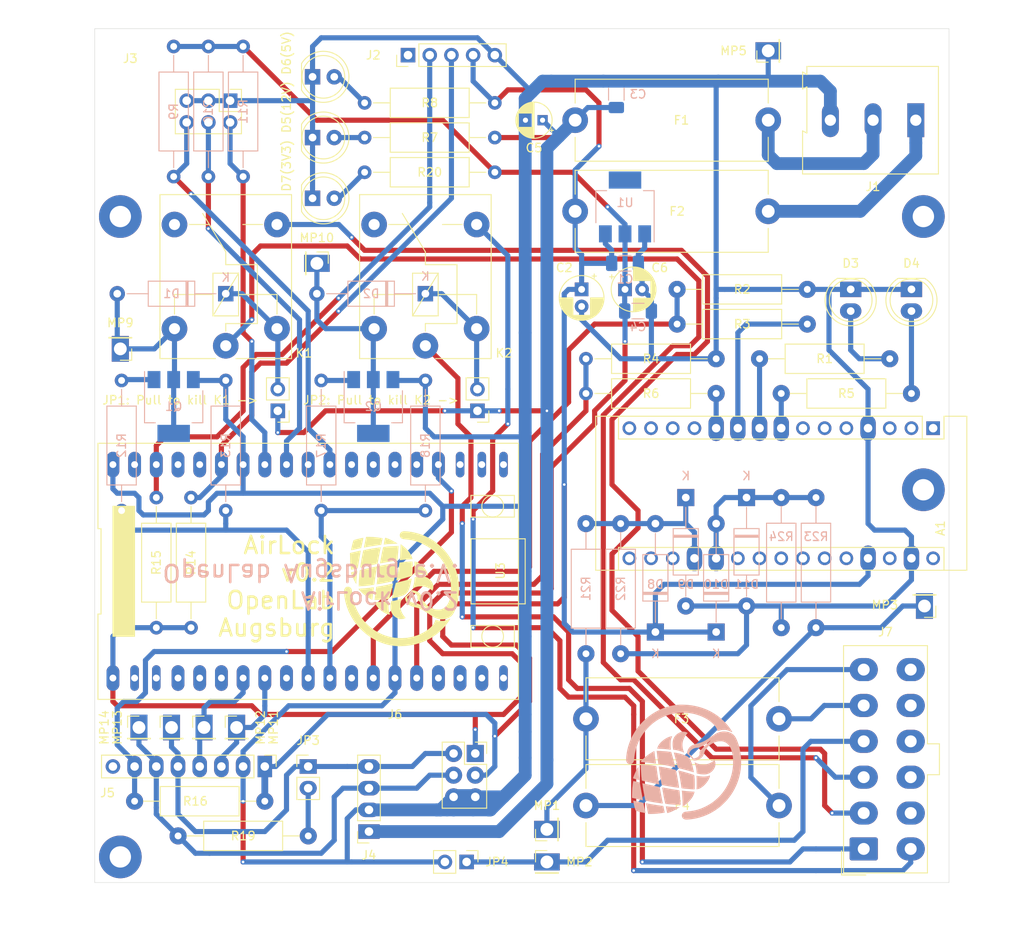
<source format=kicad_pcb>
(kicad_pcb (version 20221018) (generator pcbnew)
  (layers (0 "F.Cu" signal) (31 "B.Cu" signal) (34 "B.Paste" user) (35 "F.Paste" user) (36 "B.SilkS" user "B.Silkscreen") (37 "F.SilkS" user "F.Silkscreen") (38 "B.Mask" user) (39 "F.Mask" user) (44 "Edge.Cuts" user))
  (net 0 "")
  (net 1 "+5V")
  (net 2 "+12V")
  (net 3 "+3V3")
  (net 4 "KlingelAussen_3V3")
  (net 5 "KlingelInnen_3V3")
  (net 6 "Net-(D1-Pad1)")
  (net 7 "Net-(D1-Pad2)")
  (net 8 "Net-(D2-Pad2)")
  (net 9 "Net-(D2-Pad1)")
  (net 10 "Klingel_Aussen_AC_in")
  (net 11 "Net-(F3-Pad1)")
  (net 12 "Net-(F4-Pad1)")
  (net 13 "Klingel_Innen_AC_in")
  (net 14 "I2C_SCL")
  (net 15 "I2C_SDA")
  (net 16 "Taster_A1")
  (net 17 "Taster_B1")
  (net 18 "Taster_C1")
  (net 19 "CAN_HIGH")
  (net 20 "CAN_LOW")
  (net 21 "Klingel_AC_GND")
  (net 22 "Buzzer_Innen_AC1")
  (net 23 "Buzzer_Innen_AC2")
  (net 24 "Buzzer_Aussen_AC1")
  (net 25 "Buzzer_Aussen_AC2")
  (net 26 "CAN_TX")
  (net 27 "CAN_RX")
  (net 28 "TJA1051_S")
  (net 29 "Net-(JP3-Pad2)")
  (net 30 "Net-(Q1-Pad1)")
  (net 31 "Net-(Q2-Pad1)")
  (net 32 "BuzzerAussen_3V3")
  (net 33 "BuzzerInnen_3V3")
  (net 34 "GND")
  (net 35 "Net-(F1-Pad1)")
  (net 36 "Net-(F2-Pad2)")
  (net 37 "Net-(A1-Pad19)")
  (net 38 "Net-(A1-Pad20)")
  (net 39 "Net-(A1-Pad8)")
  (net 40 "Net-(A1-Pad9)")
  (net 41 "Net-(A1-Pad10)")
  (net 42 "Net-(A1-Pad11)")
  (net 43 "Net-(D3-Pad2)")
  (net 44 "Net-(D4-Pad2)")
  (net 45 "Net-(D5-Pad2)")
  (net 46 "Net-(D6-Pad2)")
  (net 47 "Net-(D7-Pad2)")
  (footprint "Module:Arduino_Nano" (layer "F.Cu") (at 263.144 81.788 -90)
    (fp_text reference "A1")
    (fp_text value "Arduino_Nano_v3.x")
  )
  (footprint "LED_THT:LED_D5.0mm" (layer "F.Cu") (at 253.492 65.532 -90)
    (fp_text reference "D3")
    (fp_text value "(Inn) rd 2mA")
  )
  (footprint "LED_THT:LED_D5.0mm" (layer "F.Cu") (at 260.604 65.532 -90)
    (fp_text reference "D4")
    (fp_text value "(Auß) rd 2mA")
  )
  (footprint "Fuse:Fuseholder_Cylinder-5x20mm_Stelvio-Kontek_PTF78_Horizontal_Open" (layer "F.Cu") (at 221.24 56.388)
    (fp_text reference "F2")
    (fp_text value "Fuse")
  )
  (footprint "Fuse:Fuseholder_Cylinder-5x20mm_Stelvio-Kontek_PTF78_Horizontal_Open" (layer "F.Cu") (at 222.504 115.824)
    (fp_text reference "F3")
    (fp_text value "Fuse")
  )
  (footprint "Connector_PinHeader_2.54mm:PinHeader_1x05_P2.54mm_Vertical" (layer "F.Cu") (at 201.676 38.1 90)
    (fp_text reference "J2")
    (fp_text value "Conn_01x05_LCD")
  )
  (footprint "Connector_PinHeader_2.54mm:PinHeader_1x08_P2.54mm_Vertical" (layer "F.Cu") (at 184.912 121.412 -90)
    (fp_text reference "J5")
    (fp_text value "TJA1051 BO Board (MCP2552I)")
  )
  (footprint "Connector_PinSocket_2.54mm:PinSocket_2x03_P2.54mm_Vertical" (layer "F.Cu") (at 209.55 119.888)
    (fp_text reference "J6")
    (fp_text value "Conn_02x03_Odd_Even")
  )
  (footprint "Connector_Molex:Molex_Mini-Fit_Jr_5566-12A_2x06_P4.20mm_Vertical" (layer "F.Cu") (at 255.016 131.064 90)
    (fp_text reference "J7")
    (fp_text value "Conn_02x06_Top_Bottom")
  )
  (footprint "Connector_PinHeader_2.54mm:PinHeader_1x02_P2.54mm_Vertical" (layer "F.Cu") (at 208.534 132.588 -90)
    (fp_text reference "JP4")
    (fp_text value "KACGND-Jumper")
  )
  (footprint "Connector_PinHeader_2.54mm:PinHeader_1x01_P2.54mm_Vertical" (layer "F.Cu") (at 217.932 128.778 90)
    (fp_text reference "MP1")
    (fp_text value "Messpunkt")
  )
  (footprint "Connector_PinHeader_2.54mm:PinHeader_1x01_P2.54mm_Vertical" (layer "F.Cu") (at 217.932 132.588)
    (fp_text reference "MP2")
    (fp_text value "Messpunkt")
  )
  (footprint "Connector_PinHeader_2.54mm:PinHeader_1x01_P2.54mm_Vertical" (layer "F.Cu") (at 262.128 102.616 180)
    (fp_text reference "MP3")
    (fp_text value "Messpunkt")
  )
  (footprint "Connector_PinHeader_2.54mm:PinHeader_1x01_P2.54mm_Vertical" (layer "F.Cu") (at 243.84 37.592 90)
    (fp_text reference "MP5")
    (fp_text value "Messpunkt")
  )
  (footprint "Resistor_THT:R_Axial_DIN0309_L9.0mm_D3.2mm_P15.24mm_Horizontal" (layer "F.Cu") (at 258.064 73.66 180)
    (fp_text reference "R1")
    (fp_text value "1k5")
  )
  (footprint "Resistor_THT:R_Axial_DIN0309_L9.0mm_D3.2mm_P15.24mm_Horizontal" (layer "F.Cu") (at 233.172 65.532)
    (fp_text reference "R2")
    (fp_text value "?")
  )
  (footprint "Resistor_THT:R_Axial_DIN0309_L9.0mm_D3.2mm_P15.24mm_Horizontal" (layer "F.Cu") (at 233.172 69.596)
    (fp_text reference "R3")
    (fp_text value "?")
  )
  (footprint "Resistor_THT:R_Axial_DIN0309_L9.0mm_D3.2mm_P15.24mm_Horizontal" (layer "F.Cu") (at 222.504 73.66)
    (fp_text reference "R4")
    (fp_text value "?")
  )
  (footprint "Resistor_THT:R_Axial_DIN0309_L9.0mm_D3.2mm_P15.24mm_Horizontal" (layer "F.Cu") (at 260.604 77.724 180)
    (fp_text reference "R5")
    (fp_text value "1k5")
  )
  (footprint "Resistor_THT:R_Axial_DIN0309_L9.0mm_D3.2mm_P15.24mm_Horizontal" (layer "F.Cu") (at 237.744 77.724 180)
    (fp_text reference "R6")
    (fp_text value "?")
  )
  (footprint "Resistor_THT:R_Axial_DIN0309_L9.0mm_D3.2mm_P15.24mm_Horizontal" (layer "F.Cu") (at 176.276 89.916 -90)
    (fp_text reference "R14")
    (fp_text value "4k7")
  )
  (footprint "Resistor_THT:R_Axial_DIN0309_L9.0mm_D3.2mm_P15.24mm_Horizontal" (layer "F.Cu") (at 172.212 89.916 -90)
    (fp_text reference "R15")
    (fp_text value "4k7")
  )
  (footprint "RF_Module:AZ-Delivery_ESP32Wroom32_withUSB_module" (layer "F.Cu") (at 189.992 98.552)
    (fp_text reference "U3")
    (fp_text value "ESP32-WROOM-32")
  )
  (footprint "Fuse:Fuseholder_Cylinder-5x20mm_Stelvio-Kontek_PTF78_Horizontal_Open" (layer "F.Cu") (at 222.504 125.984)
    (fp_text reference "F4")
    (fp_text value "Fuse")
  )
  (footprint "Resistor_THT:R_Axial_DIN0309_L9.0mm_D3.2mm_P15.24mm_Horizontal" (layer "F.Cu") (at 196.596 51.816)
    (fp_text reference "R20")
    (fp_text value "680")
  )
  (footprint "Capacitor_THT:CP_Radial_D5.0mm_P2.00mm" (layer "F.Cu") (at 221.996 65.532 -90)
    (fp_text reference "C2")
    (fp_text value "10u")
  )
  (footprint "TerminalBlock:TerminalBlock_Altech_AK300-3_P5.00mm" (layer "F.Cu") (at 261.112 45.72 180)
    (fp_text reference "J1")
    (fp_text value "Screw_Terminal_01x03")
  )
  (footprint "Fuse:Fuseholder_Cylinder-5x20mm_Stelvio-Kontek_PTF78_Horizontal_Open" (layer "F.Cu") (at 243.84 45.72 180)
    (fp_text reference "F1")
    (fp_text value "Fuse")
  )
  (footprint "LED_THT:LED_D5.0mm" (layer "F.Cu") (at 190.5 54.864)
    (fp_text reference "D7(3V3)")
    (fp_text value "rd 2mA")
  )
  (footprint "Resistor_THT:R_Axial_DIN0309_L9.0mm_D3.2mm_P15.24mm_Horizontal" (layer "F.Cu") (at 196.596 43.688)
    (fp_text reference "R8")
    (fp_text value "1k5")
  )
  (footprint "Resistor_THT:R_Axial_DIN0309_L9.0mm_D3.2mm_P15.24mm_Horizontal" (layer "F.Cu") (at 196.596 47.752)
    (fp_text reference "R7")
    (fp_text value "4k7")
  )
  (footprint "LED_THT:LED_D5.0mm" (layer "F.Cu") (at 190.5 40.64)
    (fp_text reference "D6(5V)")
    (fp_text value "rd 2mA")
  )
  (footprint "LED_THT:LED_D5.0mm" (layer "F.Cu") (at 190.5 47.752)
    (fp_text reference "D5(12V)")
    (fp_text value "rd 2mA")
  )
  (footprint "Capacitor_THT:CP_Radial_D5.0mm_P2.00mm" (layer "F.Cu") (at 227.076 65.532)
    (fp_text reference "C6")
    (fp_text value "10u")
  )
  (footprint "Capacitor_THT:CP_Radial_D4.0mm_P2.00mm" (layer "F.Cu") (at 217.424 45.72 180)
    (fp_text reference "C5")
    (fp_text value "10u")
  )
  (footprint "Resistor_THT:R_Axial_DIN0309_L9.0mm_D3.2mm_P15.24mm_Horizontal" (layer "F.Cu") (at 190 129.54 180)
    (fp_text reference "R19")
    (fp_text value "120")
  )
  (footprint "Resistor_THT:R_Axial_DIN0309_L9.0mm_D3.2mm_P15.24mm_Horizontal" (layer "F.Cu") (at 184.912 125.476 180)
    (fp_text reference "R16")
    (fp_text value "47k")
  )
  (footprint "Connector_PinSocket_2.54mm:PinSocket_1x04_P2.54mm_Vertical" (layer "F.Cu") (at 197.104 129.032 180)
    (fp_text reference "J4")
    (fp_text value "Conn_01x04")
  )
  (footprint "Connector_PinHeader_2.54mm:PinHeader_1x02_P2.54mm_Vertical" (layer "F.Cu") (at 209.804 79.756 180)
    (fp_text reference "JP2: Pull to kill K2 ->")
    (fp_text value "Kill-Jumper")
  )
  (footprint "Connector_PinHeader_2.54mm:PinHeader_1x02_P2.54mm_Vertical" (layer "F.Cu") (at 186.436 79.756 180)
    (fp_text reference "JP1: Pull to kill K1 ->")
    (fp_text value "Kill-Jumper")
  )
  (footprint "Relay_THT:Relay_SPDT_Finder_36.11" (layer "F.Cu") (at 203.708 72.136 90)
    (fp_text reference "K2")
    (fp_text value "FINDER-36.11")
  )
  (footprint "Relay_THT:Relay_SPDT_Finder_36.11" (layer "F.Cu") (at 180.34 72.136 90)
    (fp_text reference "K1")
    (fp_text value "FINDER-36.11")
  )
  (footprint "Connector_PinHeader_2.54mm:PinHeader_1x01_P2.54mm_Vertical" (layer "F.Cu") (at 177.8 116.84)
    (fp_text reference "MP12")
    (fp_text value "Messpunkt")
  )
  (footprint "Connector_PinHeader_2.54mm:PinHeader_1x01_P2.54mm_Vertical" (layer "F.Cu") (at 173.99 116.84)
    (fp_text reference "MP13")
    (fp_text value "Messpunkt")
  )
  (footprint "Connector_PinHeader_2.54mm:PinHeader_1x01_P2.54mm_Vertical" (layer "F.Cu") (at 168 72.5 180)
    (fp_text reference "MP9")
    (fp_text value "Messpunkt")
  )
  (footprint "Connector_PinHeader_2.54mm:PinHeader_1x01_P2.54mm_Vertical" (layer "F.Cu") (at 191.008 62.484 -90)
    (fp_text reference "MP10")
    (fp_text value "Messpunkt")
  )
  (footprint "Connector_PinHeader_2.54mm:PinHeader_1x02_P2.54mm_Vertical" (layer "F.Cu") (at 189.992 121.412)
    (fp_text reference "JP3")
    (fp_text value "Jumper_2_Open")
  )
  (footprint "Connector_PinHeader_2.54mm:PinHeader_2x03_P2.54mm_Vertical" (layer "F.Cu") (at 180.848 43.434 -90)
    (fp_text reference "J3")
    (fp_text value "Conn_02x03_Taster")
  )
  (footprint "Connector_PinHeader_2.54mm:PinHeader_1x01_P2.54mm_Vertical" (layer "F.Cu") (at 181.61 116.84)
    (fp_text reference "MP11")
    (fp_text value "Messpunkt")
  )
  (footprint "Connector_PinHeader_2.54mm:PinHeader_1x01_P2.54mm_Vertical" (layer "F.Cu") (at 170.18 116.84)
    (fp_text reference "MP14")
    (fp_text value "Messpunkt")
  )
  (footprint "MountingHole:MountingHole_2.5mm_Pad" (layer "F.Cu") (at 168 132)
    (fp_text reference "REF**" hide)
    (fp_text value "MountingHole_2.5mm_Pad")
  )
  (footprint "MountingHole:MountingHole_2.5mm_Pad" (layer "F.Cu") (at 168 57)
    (fp_text reference "REF**" hide)
    (fp_text value "MountingHole_2.5mm_Pad")
  )
  (footprint "MountingHole:MountingHole_2.5mm_Pad" (layer "F.Cu") (at 262 57)
    (fp_text reference "REF**" hide)
    (fp_text value "MountingHole_2.5mm_Pad")
  )
  (footprint "Logo-Library:logo-16" (layer "F.Cu") (at 200.914 100.584)
    (fp_text reference "G***" hide)
    (fp_text value "LOGO" hide)
  )
  (footprint "MountingHole:MountingHole_2.5mm_Pad" (layer "F.Cu") (at 262 89)
    (fp_text reference "REF**" hide)
    (fp_text value "MountingHole_2.5mm_Pad")
  )
  (footprint "Capacitor_SMD:C_1206_3216Metric_Pad1.33x1.80mm_HandSolder" (layer "B.Cu") (at 227.076 62.484)
    (fp_text reference "C1")
    (fp_text value "100n")
  )
  (footprint "Capacitor_SMD:C_1206_3216Metric_Pad1.33x1.80mm_HandSolder" (layer "B.Cu") (at 226.06 42.672 90)
    (fp_text reference "C3")
    (fp_text value "100n")
  )
  (footprint "Capacitor_SMD:C_1206_3216Metric_Pad1.33x1.80mm_HandSolder" (layer "B.Cu") (at 228.6 68.072)
    (fp_text reference "C4")
    (fp_text value "100n")
  )
  (footprint "Diode_THT:D_A-405_P12.70mm_Horizontal" (layer "B.Cu") (at 230.632 105.664 90)
    (fp_text reference "D8")
    (fp_text value "BAT41")
  )
  (footprint "Diode_THT:D_A-405_P12.70mm_Horizontal" (layer "B.Cu") (at 234.188 89.916 -90)
    (fp_text reference "D9")
    (fp_text value "BAT41")
  )
  (footprint "Diode_THT:D_A-405_P12.70mm_Horizontal" (layer "B.Cu") (at 237.744 105.664 90)
    (fp_text reference "D10")
    (fp_text value "BAT41")
  )
  (footprint "Diode_THT:D_A-405_P12.70mm_Horizontal" (layer "B.Cu") (at 241.3 89.916 -90)
    (fp_text reference "D11")
    (fp_text value "BAT41")
  )
  (footprint "Resistor_THT:R_Axial_DIN0309_L9.0mm_D3.2mm_P15.24mm_Horizontal" (layer "B.Cu") (at 174.244 52.324 90)
    (fp_text reference "R9")
    (fp_text value "4k7")
  )
  (footprint "Resistor_THT:R_Axial_DIN0309_L9.0mm_D3.2mm_P15.24mm_Horizontal" (layer "B.Cu") (at 178.308 52.324 90)
    (fp_text reference "R10")
    (fp_text value "4k7")
  )
  (footprint "Resistor_THT:R_Axial_DIN0309_L9.0mm_D3.2mm_P15.24mm_Horizontal" (layer "B.Cu") (at 182.372 52.324 90)
    (fp_text reference "R11")
    (fp_text value "4k7")
  )
  (footprint "Resistor_THT:R_Axial_DIN0309_L9.0mm_D3.2mm_P15.24mm_Horizontal" (layer "B.Cu") (at 222.504 108.204 90)
    (fp_text reference "R21")
    (fp_text value "6k8")
  )
  (footprint "Resistor_THT:R_Axial_DIN0309_L9.0mm_D3.2mm_P15.24mm_Horizontal" (layer "B.Cu") (at 226.568 92.964 -90)
    (fp_text reference "R22")
    (fp_text value "2k2")
  )
  (footprint "Resistor_THT:R_Axial_DIN0309_L9.0mm_D3.2mm_P15.24mm_Horizontal" (layer "B.Cu") (at 249.428 105.156 90)
    (fp_text reference "R23")
    (fp_text value "6k8")
  )
  (footprint "Resistor_THT:R_Axial_DIN0309_L9.0mm_D3.2mm_P15.24mm_Horizontal" (layer "B.Cu") (at 245.364 89.916 -90)
    (fp_text reference "R24")
    (fp_text value "2k2")
  )
  (footprint "Package_TO_SOT_SMD:SOT-223" (layer "B.Cu") (at 227.076 55.88 90)
    (fp_text reference "U1")
    (fp_text value "LM1117-3.3")
  )
  (footprint "Resistor_THT:R_Axial_DIN0309_L9.0mm_D3.2mm_P15.24mm_Horizontal" (layer "B.Cu") (at 203.708 76.2 -90)
    (fp_text reference "R18")
    (fp_text value "100k")
  )
  (footprint "Resistor_THT:R_Axial_DIN0309_L9.0mm_D3.2mm_P15.24mm_Horizontal" (layer "B.Cu") (at 191.516 76.2 -90)
    (fp_text reference "R17")
    (fp_text value "47")
  )
  (footprint "Resistor_THT:R_Axial_DIN0309_L9.0mm_D3.2mm_P15.24mm_Horizontal" (layer "B.Cu") (at 180.34 76.2 -90)
    (fp_text reference "R13")
    (fp_text value "100k")
  )
  (footprint "Resistor_THT:R_Axial_DIN0309_L9.0mm_D3.2mm_P15.24mm_Horizontal" (layer "B.Cu") (at 168.148 76.2 -90)
    (fp_text reference "R12")
    (fp_text value "47")
  )
  (footprint "Package_TO_SOT_SMD:SOT-223-3_TabPin2" (layer "B.Cu") (at 197.612 79.248 -90)
    (fp_text reference "Q2")
    (fp_text value "BSP89")
  )
  (footprint "Package_TO_SOT_SMD:SOT-223-3_TabPin2" (layer "B.Cu") (at 174.244 79.248 -90)
    (fp_text reference "Q1")
    (fp_text value "BSP89")
  )
  (footprint "Diode_THT:D_A-405_P12.70mm_Horizontal" (layer "B.Cu") (at 203.708 66.04 180)
    (fp_text reference "D2")
    (fp_text value "BAT41")
  )
  (footprint "Diode_THT:D_A-405_P12.70mm_Horizontal" (layer "B.Cu") (at 180.34 66.04 180)
    (fp_text reference "D1")
    (fp_text value "BAT41")
  )
  (footprint "Logo-Library:logo-16" (layer "B.Cu") (at 233.934 120.904)
    (fp_text reference "G***" hide)
    (fp_text value "LOGO" hide)
  )
  (gr_line (start 165 135) (end 165 35) (stroke (width 0.05)) (layer "Edge.Cuts"))
  (gr_line (start 265 135) (end 165 135) (stroke (width 0.05)) (layer "Edge.Cuts"))
  (gr_line (start 265 35) (end 265 135) (stroke (width 0.05)) (layer "Edge.Cuts"))
  (gr_line (start 165 35) (end 265 35) (stroke (width 0.05)) (layer "Edge.Cuts"))
  (gr_text "AirLock v0.2\nOpenLab Augsburg e.V." (at 207.822952 100.33 180) (layer "B.SilkS") (effects (font (size 2 2) (thickness 0.3)) (justify right mirror)))
  (gr_text "AirLock\nv0.2\nOpenLab\nAugsburg" (at 193.294 100.33) (layer "F.SilkS") (effects (font (size 2 2) (thickness 0.3)) (justify right)))
  (segment (start 219.964 101.6) (end 219.964 88.392) (width 0.6) (layer "F.Cu") (net 1))
  (segment (start 219.202 102.362) (end 219.964 101.6) (width 0.6) (layer "F.Cu") (net 1))
  (segment (start 205.74 103.632) (end 207.01 102.362) (width 0.6) (layer "F.Cu") (net 1))
  (segment (start 224.028 43.688) (end 224.028 48.768) (width 0.6) (layer "F.Cu") (net 1))
  (segment (start 207.01 102.362) (end 219.202 102.362) (width 0.6) (layer "F.Cu") (net 1))
  (segment (start 205.74 106.172) (end 205.74 103.632) (width 0.6) (layer "F.Cu") (net 1))
  (segment (start 211.836 43.688) (end 213.36 42.164) (width 0.6) (layer "F.Cu") (net 1))
  (segment (start 211.836 117.856) (end 215.9 113.792) (width 0.6) (layer "F.Cu") (net 1))
  (segment (start 222.504 42.164) (end 224.028 43.688) (width 0.6) (layer "F.Cu") (net 1))
  (segment (start 215.9 108.712) (end 214.376 107.188) (width 0.6) (layer "F.Cu") (net 1))
  (segment (start 213.36 42.164) (end 222.504 42.164) (width 0.6) (layer "F.Cu") (net 1))
  (segment (start 214.376 107.188) (end 206.756 107.188) (width 0.6) (layer "F.Cu") (net 1))
  (segment (start 215.9 113.792) (end 215.9 108.712) (width 0.6) (layer "F.Cu") (net 1))
  (segment (start 206.756 107.188) (end 205.74 106.172) (width 0.6) (layer "F.Cu") (net 1))
  (via (at 224.028 48.768) (size 0.6) (drill 0.3) (layers "F.Cu" "B.Cu") (net 1))
  (via (at 219.964 88.392) (size 0.6) (drill 0.3) (layers "F.Cu" "B.Cu") (net 1))
  (via (at 211.836 117.856) (size 0.6) (drill 0.3) (layers "F.Cu" "B.Cu") (net 1))
  (segment (start 184.912 125.476) (end 184.912 121.412) (width 0.8) (layer "B.Cu") (net 1))
  (segment (start 254.508 100.076) (end 255.524 99.06) (width 0.6) (layer "B.Cu") (net 1))
  (segment (start 224.776 60.184) (end 224.776 59.03) (width 0.6) (layer "B.Cu") (net 1))
  (segment (start 220.98 105.664) (end 230.632 105.664) (width 0.6) (layer "B.Cu") (net 1))
  (segment (start 230.632 105.664) (end 237.744 105.664) (width 0.6) (layer "B.Cu") (net 1))
  (segment (start 255.524 99.06) (end 255.524 97.028) (width 0.6) (layer "B.Cu") (net 1))
  (segment (start 219.964 88.392) (end 219.964 104.648) (width 0.6) (layer "B.Cu") (net 1))
  (segment (start 221.996 61.468) (end 221.24 60.712) (width 0.6) (layer "B.Cu") (net 1))
  (segment (start 225.5135 60.9215) (end 224.776 60.184) (width 0.6) (layer "B.Cu") (net 1))
  (segment (start 231.648 100.076) (end 254.508 100.076) (width 0.6) (layer "B.Cu") (net 1))
  (segment (start 184.912 121.412) (end 186.182 121.412) (width 0.6) (layer "B.Cu") (net 1))
  (segment (start 209.296 41.148) (end 211.836 43.688) (width 0.6) (layer "B.Cu") (net 1))
  (segment (start 219.964 66.04) (end 220.472 65.532) (width 0.6) (layer "B.Cu") (net 1))
  (segment (start 219.964 104.648) (end 220.98 105.664) (width 0.6) (layer "B.Cu") (net 1))
  (segment (start 186.182 121.412) (end 192.278 115.316) (width 0.6) (layer "B.Cu") (net 1))
  (segment (start 221.24 51.556) (end 221.24 56.388) (width 0.6) (layer "B.Cu") (net 1))
  (segment (start 210.82 115.316) (end 211.836 116.332) (width 0.6) (layer "B.Cu") (net 1))
  (segment (start 209.55 122.428) (end 210.82 122.428) (width 0.6) (layer "B.Cu") (net 1))
  (segment (start 221.996 62.484) (end 221.996 61.468) (width 0.6) (layer "B.Cu") (net 1))
  (segment (start 225.5135 62.484) (end 225.5135 60.9215) (width 0.6) (layer "B.Cu") (net 1))
  (segment (start 221.24 56.388) (end 221.24 60.712) (width 0.6) (layer "B.Cu") (net 1))
  (segment (start 219.964 88.392) (end 219.964 66.04) (width 0.6) (layer "B.Cu") (net 1))
  (segment (start 211.836 116.332) (end 211.836 117.856) (width 0.6) (layer "B.Cu") (net 1))
  (segment (start 224.028 48.768) (end 221.24 51.556) (width 0.6) (layer "B.Cu") (net 1))
  (segment (start 230.632 101.092) (end 231.648 100.076) (width 0.6) (layer "B.Cu") (net 1))
  (segment (start 224.028 62.484) (end 221.996 62.484) (width 0.6) (layer "B.Cu") (net 1))
  (segment (start 221.996 65.532) (end 221.996 62.484) (width 0.6) (layer "B.Cu") (net 1))
  (segment (start 209.296 38.1) (end 209.296 41.148) (width 0.6) (layer "B.Cu") (net 1))
  (segment (start 220.472 65.532) (end 221.996 65.532) (width 0.6) (layer "B.Cu") (net 1))
  (segment (start 224.028 62.484) (end 225.5135 62.484) (width 0.6) (layer "B.Cu") (net 1))
  (segment (start 230.632 105.664) (end 230.632 101.092) (width 0.6) (layer "B.Cu") (net 1))
  (segment (start 211.836 121.412) (end 211.836 117.856) (width 0.6) (layer "B.Cu") (net 1))
  (segment (start 210.82 122.428) (end 211.836 121.412) (width 0.6) (layer "B.Cu") (net 1))
  (segment (start 192.278 115.316) (end 210.82 115.316) (width 0.6) (layer "B.Cu") (net 1))
  (segment (start 212.344 79.756) (end 217.932 79.756) (width 0.6) (layer "F.Cu") (net 2))
  (segment (start 192.024 79.756) (end 189.484 82.296) (width 0.6) (layer "F.Cu") (net 2))
  (segment (start 211.836 47.752) (end 219.208 47.752) (width 0.6) (layer "F.Cu") (net 2))
  (segment (start 219.208 47.752) (end 221.24 45.72) (width 0.6) (layer "F.Cu") (net 2))
  (segment (start 189.484 82.296) (end 186.436 82.296) (width 0.6) (layer "F.Cu") (net 2))
  (segment (start 205.994 79.756) (end 192.024 79.756) (width 0.6) (layer "F.Cu") (net 2))
  (via (at 217.932 79.756) (size 0.6) (drill 0.3) (layers "F.Cu" "B.Cu") (net 2))
  (via (at 212.344 79.756) (size 0.6) (drill 0.3) (layers "F.Cu" "B.Cu") (net 2))
  (via (at 205.994 79.756) (size 0.6) (drill 0.3) (layers "F.Cu" "B.Cu") (net 2))
  (via (at 186.436 82.296) (size 0.6) (drill 0.3) (layers "F.Cu" "B.Cu") (net 2))
  (segment (start 212.344 129.032) (end 217.932 123.444) (width 1.5) (layer "B.Cu") (net 2))
  (segment (start 226.06 44.2345) (end 222.7255 44.2345) (width 0.6) (layer "B.Cu") (net 2))
  (segment (start 205.994 79.756) (end 209.804 79.756) (width 0.6) (layer "B.Cu") (net 2))
  (segment (start 217.932 49.028) (end 217.932 79.756) (width 1.5) (layer "B.Cu") (net 2))
  (segment (start 197.104 129.032) (end 212.344 129.032) (width 1.5) (layer "B.Cu") (net 2))
  (segment (start 217.932 123.444) (end 217.932 120.65) (width 1.5) (layer "B.Cu") (net 2))
  (segment (start 186.436 79.756) (end 186.436 82.296) (width 0.6) (layer "B.Cu") (net 2))
  (segment (start 217.424 45.72) (end 219.332 47.628) (width 0.6) (layer "B.Cu") (net 2))
  (segment (start 217.932 120.65) (end 217.932 79.756) (width 1.5) (layer "B.Cu") (net 2))
  (segment (start 222.7255 44.2345) (end 221.24 45.72) (width 0.6) (layer "B.Cu") (net 2))
  (segment (start 221.24 45.72) (end 219.332 47.628) (width 1.5) (layer "B.Cu") (net 2))
  (segment (start 209.804 79.756) (end 212.344 79.756) (width 0.6) (layer "B.Cu") (net 2))
  (segment (start 219.332 47.628) (end 217.932 49.028) (width 1.5) (layer "B.Cu") (net 2))
  (segment (start 223.52 81.28) (end 218.44 86.36) (width 0.6) (layer "F.Cu") (net 3))
  (segment (start 209.296 115.316) (end 209.55 115.316) (width 0.6) (layer "F.Cu") (net 3))
  (segment (start 167.132 111.052) (end 167.132 113.792) (width 0.6) (layer "F.Cu") (net 3))
  (segment (start 220.98 51.816) (end 225.044 55.88) (width 0.6) (layer "F.Cu") (net 3))
  (segment (start 214.884 113.284) (end 212.852 115.316) (width 0.6) (layer "F.Cu") (net 3))
  (segment (start 191.008 45.72) (end 205.74 45.72) (width 0.6) (layer "F.Cu") (net 3))
  (segment (start 218.44 86.36) (end 218.44 100.584) (width 0.6) (layer "F.Cu") (net 3))
  (segment (start 218.44 100.584) (end 217.932 101.092) (width 0.6) (layer "F.Cu") (net 3))
  (segment (start 204.216 106.68) (end 205.74 108.204) (width 0.6) (layer "F.Cu") (net 3))
  (segment (start 208.28 115.316) (end 209.296 115.316) (width 0.6) (layer "F.Cu") (net 3))
  (segment (start 205.74 108.204) (end 213.868 108.204) (width 0.6) (layer "F.Cu") (net 3))
  (segment (start 223.52 79.756) (end 223.52 81.28) (width 0.6) (layer "F.Cu") (net 3))
  (segment (start 212.852 115.316) (end 209.55 115.316) (width 0.6) (layer "F.Cu") (net 3))
  (segment (start 167.132 113.792) (end 167.64 114.3) (width 0.6) (layer "F.Cu") (net 3))
  (segment (start 183.388 114.3) (end 184.404 115.316) (width 0.6) (layer "F.Cu") (net 3))
  (segment (start 209.55 117.094) (end 209.55 115.316) (width 0.6) (layer "F.Cu") (net 3))
  (segment (start 167.64 114.3) (end 183.388 114.3) (width 0.6) (layer "F.Cu") (net 3))
  (segment (start 205.74 45.72) (end 211.836 51.816) (width 0.6) (layer "F.Cu") (net 3))
  (segment (start 227.076 71.628) (end 227.076 76.2) (width 0.6) (layer "F.Cu") (net 3))
  (segment (start 217.932 101.092) (end 205.74 101.092) (width 0.6) (layer "F.Cu") (net 3))
  (segment (start 184.404 115.316) (end 208.28 115.316) (width 0.6) (layer "F.Cu") (net 3))
  (segment (start 205.74 101.092) (end 204.216 102.616) (width 0.6) (layer "F.Cu") (net 3))
  (segment (start 227.076 76.2) (end 223.52 79.756) (width 0.6) (layer "F.Cu") (net 3))
  (segment (start 204.216 102.616) (end 204.216 106.68) (width 0.6) (layer "F.Cu") (net 3))
  (segment (start 214.884 109.22) (end 214.884 113.284) (width 0.6) (layer "F.Cu") (net 3))
  (segment (start 211.836 51.816) (end 220.98 51.816) (width 0.6) (layer "F.Cu") (net 3))
  (segment (start 213.868 108.204) (end 214.884 109.22) (width 0.6) (layer "F.Cu") (net 3))
  (segment (start 182.372 37.084) (end 191.008 45.72) (width 0.6) (layer "F.Cu") (net 3))
  (via (at 209.55 117.094) (size 0.6) (drill 0.3) (layers "F.Cu" "B.Cu") (net 3))
  (via (at 225.044 55.88) (size 0.6) (drill 0.3) (layers "F.Cu" "B.Cu") (net 3))
  (via (at 227.076 71.628) (size 0.6) (drill 0.3) (layers "F.Cu" "B.Cu") (net 3))
  (segment (start 227.076 65.532) (end 227.076 59.03) (width 0.6) (layer "B.Cu") (net 3))
  (segment (start 172.212 105.156) (end 176.276 105.156) (width 0.6) (layer "B.Cu") (net 3))
  (segment (start 168.148 105.156) (end 172.212 105.156) (width 0.6) (layer "B.Cu") (net 3))
  (segment (start 167.132 111.052) (end 167.132 106.172) (width 0.6) (layer "B.Cu") (net 3))
  (segment (start 225.044 55.88) (end 227.076 57.912) (width 0.6) (layer "B.Cu") (net 3))
  (segment (start 209.55 119.888) (end 209.55 117.094) (width 0.6) (layer "B.Cu") (net 3))
  (segment (start 227.0375 68.072) (end 227.0375 65.5705) (width 0.6) (layer "B.Cu") (net 3))
  (segment (start 227.076 68.1105) (end 227.0375 68.072) (width 0.6) (layer "B.Cu") (net 3))
  (segment (start 227.076 57.912) (end 227.076 59.03) (width 0.6) (layer "B.Cu") (net 3))
  (segment (start 227.076 71.628) (end 227.076 68.1105) (width 0.6) (layer "B.Cu") (net 3))
  (segment (start 182.372 37.084) (end 178.308 37.084) (width 0.6) (layer "B.Cu") (net 3))
  (segment (start 178.308 37.084) (end 174.244 37.084) (width 0.6) (layer "B.Cu") (net 3))
  (segment (start 227.0375 65.5705) (end 227.076 65.532) (width 0.6) (layer "B.Cu") (net 3))
  (segment (start 167.132 106.172) (end 168.148 105.156) (width 0.6) (layer "B.Cu") (net 3))
  (segment (start 204.724 98.552) (end 215.392 98.552) (width 0.6) (layer "F.Cu") (net 4))
  (segment (start 223.52 69.596) (end 233.172 69.596) (width 0.6) (layer "F.Cu") (net 4))
  (segment (start 215.9 98.044) (end 215.9 83.312) (width 0.6) (layer "F.Cu") (net 4))
  (segment (start 220.472 78.74) (end 220.472 72.644) (width 0.6) (layer "F.Cu") (net 4))
  (segment (start 197.612 111.052) (end 197.612 105.664) (width 0.6) (layer "F.Cu") (net 4))
  (segment (start 215.392 98.552) (end 215.9 98.044) (width 0.6) (layer "F.Cu") (net 4))
  (segment (start 215.9 83.312) (end 220.472 78.74) (width 0.6) (layer "F.Cu") (net 4))
  (segment (start 220.472 72.644) (end 223.52 69.596) (width 0.6) (layer "F.Cu") (net 4))
  (segment (start 197.612 105.664) (end 204.724 98.552) (width 0.6) (layer "F.Cu") (net 4))
  (segment (start 233.172 65.532) (end 233.172 69.596) (width 0.6) (layer "B.Cu") (net 4))
  (segment (start 217.424 84.836) (end 217.424 99.06) (width 0.6) (layer "F.Cu") (net 5))
  (segment (start 222.504 77.724) (end 222.504 79.756) (width 0.6) (layer "F.Cu") (net 5))
  (segment (start 217.424 99.06) (end 216.408 100.076) (width 0.6) (layer "F.Cu") (net 5))
  (segment (start 222.504 79.756) (end 217.424 84.836) (width 0.6) (layer "F.Cu") (net 5))
  (segment (start 202.692 102.616) (end 202.692 111.052) (width 0.6) (layer "F.Cu") (net 5))
  (segment (start 216.408 100.076) (end 205.232 100.076) (width 0.6) (layer "F.Cu") (net 5))
  (segment (start 205.232 100.076) (end 202.692 102.616) (width 0.6) (layer "F.Cu") (net 5))
  (segment (start 222.504 77.724) (end 222.504 73.66) (width 0.6) (layer "B.Cu") (net 5))
  (segment (start 186.34 70.136) (end 182.244 66.04) (width 0.6) (layer "B.Cu") (net 6))
  (segment (start 186.436 77.216) (end 186.436 70.232) (width 0.6) (layer "B.Cu") (net 6))
  (segment (start 182.244 66.04) (end 180.34 66.04) (width 0.6) (layer "B.Cu") (net 6))
  (segment (start 186.436 70.232) (end 186.34 70.136) (width 0.6) (layer "B.Cu") (net 6))
  (segment (start 174.34 70.136) (end 174.34 76.002) (width 0.6) (layer "B.Cu") (net 7))
  (segment (start 174.34 76.002) (end 174.244 76.098) (width 0.6) (layer "B.Cu") (net 7))
  (segment (start 174.244 76.098) (end 174.244 82.398) (width 0.6) (layer "B.Cu") (net 7))
  (segment (start 167.64 72.14) (end 168 72.5) (width 0.6) (layer "B.Cu") (net 7))
  (segment (start 168 72.5) (end 171.976 72.5) (width 0.6) (layer "B.Cu") (net 7))
  (segment (start 167.64 66.04) (end 167.64 72.14) (width 0.6) (layer "B.Cu") (net 7))
  (segment (start 171.976 72.5) (end 174.34 70.136) (width 0.6) (layer "B.Cu") (net 7))
  (segment (start 197.612 82.398) (end 197.612 76.098) (width 0.6) (layer "B.Cu") (net 8))
  (segment (start 197.612 70.232) (end 197.708 70.136) (width 0.6) (layer "B.Cu") (net 8))
  (segment (start 197.612 76.098) (end 197.612 70.232) (width 0.6) (layer "B.Cu") (net 8))
  (segment (start 191.008 69.088) (end 192.056 70.136) (width 0.6) (layer "B.Cu") (net 8))
  (segment (start 192.056 70.136) (end 197.708 70.136) (width 0.6) (layer "B.Cu") (net 8))
  (segment (start 191.008 62.484) (end 191.008 66.04) (width 0.6) (layer "B.Cu") (net 8))
  (segment (start 191.008 66.04) (end 191.008 69.088) (width 0.6) (layer "B.Cu") (net 8))
  (segment (start 209.708 70.136) (end 209.708 77.12) (width 0.6) (layer "B.Cu") (net 9))
  (segment (start 209.708 77.12) (end 209.804 77.216) (width 0.6) (layer "B.Cu") (net 9))
  (segment (start 209.708 70.136) (end 205.612 66.04) (width 0.6) (layer "B.Cu") (net 9))
  (segment (start 205.612 66.04) (end 203.708 66.04) (width 0.6) (layer "B.Cu") (net 9))
  (segment (start 248.848 115.824) (end 250.408 114.264) (width 0.6) (layer "B.Cu") (net 10))
  (segment (start 250.408 114.264) (end 255.016 114.264) (width 0.6) (layer "B.Cu") (net 10))
  (segment (start 245.104 115.824) (end 248.848 115.824) (width 0.6) (layer "B.Cu") (net 10))
  (segment (start 217.932 126.492) (end 217.932 128.778) (width 0.6) (layer "B.Cu") (net 11))
  (segment (start 222.504 115.824) (end 222.504 112.776) (width 0.6) (layer "B.Cu") (net 11))
  (segment (start 222.504 121.666) (end 217.932 126.238) (width 0.6) (layer "B.Cu") (net 11))
  (segment (start 217.932 126.238) (end 217.932 126.492) (width 0.6) (layer "B.Cu") (net 11))
  (segment (start 222.504 112.776) (end 222.504 108.204) (width 0.6) (layer "B.Cu") (net 11))
  (segment (start 222.504 115.824) (end 222.504 121.666) (width 0.6) (layer "B.Cu") (net 11))
  (segment (start 259.588 102.616) (end 257.048 105.156) (width 0.6) (layer "B.Cu") (net 12))
  (segment (start 249.428 105.156) (end 228.6 125.984) (width 0.6) (layer "B.Cu") (net 12))
  (segment (start 262.128 102.616) (end 259.588 102.616) (width 0.6) (layer "B.Cu") (net 12))
  (segment (start 251.46 105.156) (end 249.428 105.156) (width 0.6) (layer "B.Cu") (net 12))
  (segment (start 257.048 105.156) (end 251.46 105.156) (width 0.6) (layer "B.Cu") (net 12))
  (segment (start 228.6 125.984) (end 222.504 125.984) (width 0.6) (layer "B.Cu") (net 12))
  (segment (start 246.044 110.064) (end 255.016 110.064) (width 0.6) (layer "B.Cu") (net 13))
  (segment (start 241.808 122.688) (end 241.808 114.3) (width 0.6) (layer "B.Cu") (net 13))
  (segment (start 245.104 125.984) (end 241.808 122.688) (width 0.6) (layer "B.Cu") (net 13))
  (segment (start 241.808 114.3) (end 246.044 110.064) (width 0.6) (layer "B.Cu") (net 13))
  (segment (start 182.372 79.756) (end 179.324 82.804) (width 0.6) (layer "F.Cu") (net 14))
  (segment (start 183.896 73.152) (end 182.372 74.676) (width 0.6) (layer "F.Cu") (net 14))
  (segment (start 172.212 86.052) (end 172.212 89.916) (width 0.6) (layer "F.Cu") (net 14))
  (segment (start 172.212 83.82) (end 172.212 86.052) (width 0.6) (layer "F.Cu") (net 14))
  (segment (start 182.372 74.676) (end 182.372 79.756) (width 0.6) (layer "F.Cu") (net 14))
  (segment (start 173.228 82.804) (end 172.212 83.82) (width 0.6) (layer "F.Cu") (net 14))
  (segment (start 186.944 73.152) (end 183.896 73.152) (width 0.6) (layer "F.Cu") (net 14))
  (segment (start 193.548 66.548) (end 186.944 73.152) (width 0.6) (layer "F.Cu") (net 14))
  (segment (start 179.324 82.804) (end 173.228 82.804) (width 0.6) (layer "F.Cu") (net 14))
  (via (at 193.548 66.548) (size 0.6) (drill 0.3) (layers "F.Cu" "B.Cu") (net 14))
  (segment (start 204.216 55.372) (end 204.216 55.88) (width 0.6) (layer "B.Cu") (net 14))
  (segment (start 204.216 55.88) (end 200.152 59.944) (width 0.6) (layer "B.Cu") (net 14))
  (segment (start 200.152 59.944) (end 193.548 66.548) (width 0.6) (layer "B.Cu") (net 14))
  (segment (start 204.216 38.1) (end 204.216 55.372) (width 0.6) (layer "B.Cu") (net 14))
  (segment (start 183.388 80.264) (end 183.388 75.184) (width 0.6) (layer "F.Cu") (net 15))
  (segment (start 184.404 74.168) (end 187.452 74.168) (width 0.6) (layer "F.Cu") (net 15))
  (segment (start 187.452 74.168) (end 193.548 68.072) (width 0.6) (layer "F.Cu") (net 15))
  (segment (start 179.832 86.052) (end 179.832 83.82) (width 0.6) (layer "F.Cu") (net 15))
  (segment (start 179.832 83.82) (end 183.388 80.264) (width 0.6) (layer "F.Cu") (net 15))
  (segment (start 183.388 75.184) (end 184.404 74.168) (width 0.6) (layer "F.Cu") (net 15))
  (via (at 193.548 68.072) (size 0.6) (drill 0.3) (layers "F.Cu" "B.Cu") (net 15))
  (segment (start 206.756 38.1) (end 206.756 54.864) (width 0.6) (layer "B.Cu") (net 15))
  (segment (start 179.832 86.052) (end 179.832 87.376) (width 0.6) (layer "B.Cu") (net 15))
  (segment (start 177.292 89.916) (end 176.276 89.916) (width 0.6) (layer "B.Cu") (net 15))
  (segment (start 206.756 54.864) (end 193.548 68.072) (width 0.6) (layer "B.Cu") (net 15))
  (segment (start 179.832 87.376) (end 177.292 89.916) (width 0.6) (layer "B.Cu") (net 15))
  (segment (start 176.276 54.356) (end 174.244 52.324) (width 0.6) (layer "F.Cu") (net 16))
  (via (at 176.276 54.356) (size 0.6) (drill 0.3) (layers "F.Cu" "B.Cu") (net 16))
  (segment (start 176.276 54.356) (end 189.992 68.072) (width 0.6) (layer "B.Cu") (net 16))
  (segment (start 175.768 50.8) (end 175.768 45.974) (width 0.6) (layer "B.Cu") (net 16))
  (segment (start 189.992 81.788) (end 192.532 84.328) (width 0.6) (layer "B.Cu") (net 16))
  (segment (start 189.992 68.072) (end 189.992 81.788) (width 0.6) (layer "B.Cu") (net 16))
  (segment (start 192.532 84.328) (end 192.532 86.052) (width 0.6) (layer "B.Cu") (net 16))
  (segment (start 175.768 50.8) (end 174.244 52.324) (width 0.6) (layer "B.Cu") (net 16))
  (segment (start 178.308 58.42) (end 178.308 52.324) (width 0.6) (layer "F.Cu") (net 17))
  (via (at 178.308 58.42) (size 0.6) (drill 0.3) (layers "F.Cu" "B.Cu") (net 17))
  (segment (start 188.976 81.788) (end 188.976 69.088) (width 0.6) (layer "B.Cu") (net 17))
  (segment (start 187.452 83.312) (end 188.976 81.788) (width 0.6) (layer "B.Cu") (net 17))
  (segment (start 178.308 52.324) (end 178.308 45.974) (width 0.6) (layer "B.Cu") (net 17))
  (segment (start 188.468 68.58) (end 178.308 58.42) (width 0.6) (layer "B.Cu") (net 17))
  (segment (start 187.452 86.052) (end 187.452 83.312) (width 0.6) (layer "B.Cu") (net 17))
  (segment (start 188.976 69.088) (end 188.468 68.58) (width 0.6) (layer "B.Cu") (net 17))
  (segment (start 182.372 52.324) (end 182.372 70.612) (width 0.6) (layer "F.Cu") (net 18))
  (segment (start 182.372 70.612) (end 183.388 71.628) (width 0.6) (layer "F.Cu") (net 18))
  (via (at 183.388 71.628) (size 0.6) (drill 0.3) (layers "F.Cu" "B.Cu") (net 18))
  (segment (start 183.388 80.772) (end 184.912 82.296) (width 0.6) (layer "B.Cu") (net 18))
  (segment (start 180.848 50.8) (end 182.372 52.324) (width 0.6) (layer "B.Cu") (net 18))
  (segment (start 180.848 50.8) (end 180.848 45.974) (width 0.6) (layer "B.Cu") (net 18))
  (segment (start 183.388 71.628) (end 183.388 80.772) (width 0.6) (layer "B.Cu") (net 18))
  (segment (start 184.912 82.296) (end 184.912 86.052) (width 0.6) (layer "B.Cu") (net 18))
  (segment (start 187.452 126.492) (end 187.452 122.428) (width 0.6) (layer "B.Cu") (net 19))
  (segment (start 187.452 122.428) (end 188.468 121.412) (width 0.6) (layer "B.Cu") (net 19))
  (segment (start 194.564 121.412) (end 189.992 121.412) (width 0.6) (layer "B.Cu") (net 19))
  (segment (start 194.564 121.412) (end 197.104 121.412) (width 0.6) (layer "B.Cu") (net 19))
  (segment (start 188.468 121.412) (end 189.992 121.412) (width 0.6) (layer "B.Cu") (net 19))
  (segment (start 174.752 127) (end 176.784 129.032) (width 0.6) (layer "B.Cu") (net 19))
  (segment (start 184.912 129.032) (end 187.452 126.492) (width 0.6) (layer "B.Cu") (net 19))
  (segment (start 176.784 129.032) (end 184.912 129.032) (width 0.6) (layer "B.Cu") (net 19))
  (segment (start 174.752 121.412) (end 174.752 127) (width 0.6) (layer "B.Cu") (net 19))
  (segment (start 197.104 121.412) (end 202.184 121.412) (width 0.6) (layer "B.Cu") (net 19))
  (segment (start 174.752 119.888) (end 173.99 119.126) (width 0.6) (layer "B.Cu") (net 19))
  (segment (start 173.99 119.126) (end 173.99 116.84) (width 0.6) (layer "B.Cu") (net 19))
  (segment (start 202.184 121.412) (end 203.708 119.888) (width 0.6) (layer "B.Cu") (net 19))
  (segment (start 203.708 119.888) (end 207.01 119.888) (width 0.6) (layer "B.Cu") (net 19))
  (segment (start 174.752 121.412) (end 174.752 119.888) (width 0.6) (layer "B.Cu") (net 19))
  (segment (start 193.04 130.048) (end 193.04 124.968) (width 0.6) (layer "B.Cu") (net 20))
  (segment (start 193.04 124.968) (end 194.056 123.952) (width 0.6) (layer "B.Cu") (net 20))
  (segment (start 191.516 131.572) (end 193.04 130.048) (width 0.6) (layer "B.Cu") (net 20))
  (segment (start 194.056 123.952) (end 197.104 123.952) (width 0.6) (layer "B.Cu") (net 20))
  (segment (start 197.104 123.952) (end 202.692 123.952) (width 0.6) (layer "B.Cu") (net 20))
  (segment (start 172.212 121.412) (end 172.212 120.904) (width 0.6) (layer "B.Cu") (net 20))
  (segment (start 202.692 123.952) (end 204.216 122.428) (width 0.6) (layer "B.Cu") (net 20))
  (segment (start 172.212 126.992) (end 174.76 129.54) (width 0.6) (layer "B.Cu") (net 20))
  (segment (start 176.792 131.572) (end 178.428 131.572) (width 0.6) (layer "B.Cu") (net 20))
  (segment (start 178.428 131.572) (end 191.516 131.572) (width 0.6) (layer "B.Cu") (net 20))
  (segment (start 172.212 126.212) (end 172.212 126.992) (width 0.6) (layer "B.Cu") (net 20))
  (segment (start 204.216 122.428) (end 207.01 122.428) (width 0.6) (layer "B.Cu") (net 20))
  (segment (start 172.212 120.904) (end 170.18 118.872) (width 0.6) (layer "B.Cu") (net 20))
  (segment (start 172.212 126.212) (end 172.212 121.412) (width 0.6) (layer "B.Cu") (net 20))
  (segment (start 174.76 129.54) (end 176.792 131.572) (width 0.6) (layer "B.Cu") (net 20))
  (segment (start 170.18 118.872) (end 170.18 116.84) (width 0.6) (layer "B.Cu") (net 20))
  (segment (start 211.582 132.588) (end 217.932 132.588) (width 0.6) (layer "B.Cu") (net 21))
  (segment (start 248.82 118.464) (end 247.904 119.38) (width 0.6) (layer "B.Cu") (net 21))
  (segment (start 255.016 118.464) (end 248.82 118.464) (width 0.6) (layer "B.Cu") (net 21))
  (segment (start 208.534 132.588) (end 211.582 132.588) (width 0.6) (layer "B.Cu") (net 21))
  (segment (start 217.932 132.588) (end 222.504 132.588) (width 0.6) (layer "B.Cu") (net 21))
  (segment (start 222.504 132.588) (end 225.044 130.048) (width 0.6) (layer "B.Cu") (net 21))
  (segment (start 246.888 130.048) (end 244.856 130.048) (width 0.6) (layer "B.Cu") (net 21))
  (segment (start 244.856 130.048) (end 225.044 130.048) (width 0.6) (layer "B.Cu") (net 21))
  (segment (start 247.904 129.032) (end 246.888 130.048) (width 0.6) (layer "B.Cu") (net 21))
  (segment (start 247.904 119.38) (end 247.904 129.032) (width 0.6) (layer "B.Cu") (net 21))
  (segment (start 219.456 106.68) (end 219.456 112.268) (width 0.6) (layer "F.Cu") (net 22))
  (segment (start 217.932 105.156) (end 219.456 106.68) (width 0.6) (layer "F.Cu") (net 22))
  (segment (start 220.472 113.284) (end 227.076 113.284) (width 0.6) (layer "F.Cu") (net 22))
  (segment (start 211.582 83.058) (end 213.36 81.28) (width 0.6) (layer "F.Cu") (net 22))
  (segment (start 227.076 113.284) (end 228.092 114.3) (width 0.6) (layer "F.Cu") (net 22))
  (segment (start 211.582 89.154) (end 211.582 83.058) (width 0.6) (layer "F.Cu") (net 22))
  (segment (start 228.092 115.316) (end 228.092 133.604) (width 0.6) (layer "F.Cu") (net 22))
  (segment (start 209.296 105.156) (end 217.932 105.156) (width 0.6) (layer "F.Cu") (net 22))
  (segment (start 209.296 92.456) (end 209.296 91.44) (width 0.6) (layer "F.Cu") (net 22))
  (segment (start 228.092 114.3) (end 228.092 115.316) (width 0.6) (layer "F.Cu") (net 22))
  (segment (start 209.296 91.44) (end 211.582 89.154) (width 0.6) (layer "F.Cu") (net 22))
  (segment (start 219.456 112.268) (end 220.472 113.284) (width 0.6) (layer "F.Cu") (net 22))
  (via (at 209.296 92.456) (size 0.6) (drill 0.3) (layers "F.Cu" "B.Cu") (net 22))
  (via (at 213.36 81.28) (size 0.6) (drill 0.3) (layers "F.Cu" "B.Cu") (net 22))
  (via (at 209.296 105.156) (size 0.6) (drill 0.3) (layers "F.Cu" "B.Cu") (net 22))
  (via (at 228.092 133.604) (size 0.6) (drill 0.3) (layers "F.Cu" "B.Cu") (net 22))
  (segment (start 259.588 133.604) (end 249.428 133.604) (width 0.6) (layer "B.Cu") (net 22))
  (segment (start 249.428 133.604) (end 228.092 133.604) (width 0.6) (layer "B.Cu") (net 22))
  (segment (start 213.36 61.588) (end 213.36 77.216) (width 0.6) (layer "B.Cu") (net 22))
  (segment (start 260.516 131.064) (end 260.516 132.676) (width 0.6) (layer "B.Cu") (net 22))
  (segment (start 260.516 132.676) (end 259.588 133.604) (width 0.6) (layer "B.Cu") (net 22))
  (segment (start 213.36 77.216) (end 213.36 81.28) (width 0.6) (layer "B.Cu") (net 22))
  (segment (start 209.296 105.156) (end 209.296 92.456) (width 0.6) (layer "B.Cu") (net 22))
  (segment (start 209.708 57.936) (end 213.36 61.588) (width 0.6) (layer "B.Cu") (net 22))
  (segment (start 220.472 111.252) (end 221.488 112.268) (width 0.6) (layer "F.Cu") (net 23))
  (segment (start 221.488 112.268) (end 227.584 112.268) (width 0.6) (layer "F.Cu") (net 23))
  (segment (start 208.026 90.932) (end 209.042 89.916) (width 0.6) (layer "F.Cu") (net 23))
  (segment (start 208.026 92.964) (end 208.026 90.932) (width 0.6) (layer "F.Cu") (net 23))
  (segment (start 227.584 112.268) (end 229.108 113.792) (width 0.6) (layer "F.Cu") (net 23))
  (segment (start 220.472 105.664) (end 220.472 111.252) (width 0.6) (layer "F.Cu") (net 23))
  (segment (start 209.042 89.916) (end 209.042 82.804) (width 0.6) (layer "F.Cu") (net 23))
  (segment (start 218.694 103.886) (end 220.472 105.664) (width 0.6) (layer "F.Cu") (net 23))
  (segment (start 207.518 75.946) (end 203.708 72.136) (width 0.6) (layer "F.Cu") (net 23))
  (segment (start 207.518 81.28) (end 207.518 75.946) (width 0.6) (layer "F.Cu") (net 23))
  (segment (start 229.108 113.792) (end 229.108 132.588) (width 0.6) (layer "F.Cu") (net 23))
  (segment (start 209.042 82.804) (end 207.518 81.28) (width 0.6) (layer "F.Cu") (net 23))
  (segment (start 208.026 103.886) (end 218.694 103.886) (width 0.6) (layer "F.Cu") (net 23))
  (via (at 208.026 92.964) (size 0.6) (drill 0.3) (layers "F.Cu" "B.Cu") (net 23))
  (via (at 208.026 103.886) (size 0.6) (drill 0.3) (layers "F.Cu" "B.Cu") (net 23))
  (via (at 229.108 132.588) (size 0.6) (drill 0.3) (layers "F.Cu" "B.Cu") (net 23))
  (segment (start 249.428 131.064) (end 247.904 131.064) (width 0.6) (layer "B.Cu") (net 23))
  (segment (start 246.38 132.588) (end 229.108 132.588) (width 0.6) (layer "B.Cu") (net 23))
  (segment (start 247.904 131.064) (end 246.38 132.588) (width 0.6) (layer "B.Cu") (net 23))
  (segment (start 208.026 103.886) (end 208.026 92.964) (width 0.6) (layer "B.Cu") (net 23))
  (segment (start 255.016 131.064) (end 249.428 131.064) (width 0.6) (layer "B.Cu") (net 23))
  (segment (start 228.6 106.172) (end 225.552 103.124) (width 0.6) (layer "F.Cu") (net 24))
  (segment (start 236.728 71.628) (end 236.728 64.008) (width 0.6) (layer "F.Cu") (net 24))
  (segment (start 235.204 73.152) (end 236.728 71.628) (width 0.6) (layer "F.Cu") (net 24))
  (segment (start 225.552 80.772) (end 233.172 73.152) (width 0.6) (layer "F.Cu") (net 24))
  (segment (start 249.936 119.38) (end 237.744 119.38) (width 0.6) (layer "F.Cu") (net 24))
  (segment (start 225.552 96.52) (end 228.6 93.472) (width 0.6) (layer "F.Cu") (net 24))
  (segment (start 228.6 93.472) (end 228.6 91.44) (width 0.6) (layer "F.Cu") (net 24))
  (segment (start 225.552 103.124) (end 225.552 96.52) (width 0.6) (layer "F.Cu") (net 24))
  (segment (start 236.728 64.008) (end 233.68 60.96) (width 0.6) (layer "F.Cu") (net 24))
  (segment (start 228.6 110.236) (end 228.6 106.172) (width 0.6) (layer "F.Cu") (net 24))
  (segment (start 237.744 119.38) (end 228.6 110.236) (width 0.6) (layer "F.Cu") (net 24))
  (segment (start 228.6 91.44) (end 225.552 88.392) (width 0.6) (layer "F.Cu") (net 24))
  (segment (start 233.172 73.152) (end 235.204 73.152) (width 0.6) (layer "F.Cu") (net 24))
  (segment (start 251.324 126.864) (end 250.444 125.984) (width 0.6) (layer "F.Cu") (net 24))
  (segment (start 250.444 119.888) (end 249.936 119.38) (width 0.6) (layer "F.Cu") (net 24))
  (segment (start 225.552 88.392) (end 225.552 80.772) (width 0.6) (layer "F.Cu") (net 24))
  (segment (start 196.596 60.96) (end 195.072 59.436) (width 0.6) (layer "F.Cu") (net 24))
  (segment (start 250.444 125.984) (end 250.444 119.888) (width 0.6) (layer "F.Cu") (net 24))
  (segment (start 233.68 60.96) (end 196.596 60.96) (width 0.6) (layer "F.Cu") (net 24))
  (via (at 195.072 59.436) (size 0.6) (drill 0.3) (layers "F.Cu" "B.Cu") (net 24))
  (via (at 251.324 126.864) (size 0.6) (drill 0.3) (layers "F.Cu" "B.Cu") (net 24))
  (segment (start 255.016 126.864) (end 251.324 126.864) (width 0.6) (layer "B.Cu") (net 24))
  (segment (start 193.572 57.936) (end 195.072 59.436) (width 0.6) (layer "B.Cu") (net 24))
  (segment (start 186.34 57.936) (end 193.572 57.936) (width 0.6) (layer "B.Cu") (net 24))
  (segment (start 224.536 80.264) (end 224.536 109.22) (width 0.6) (layer "F.Cu") (net 25))
  (segment (start 184.404 60.452) (end 194.564 60.452) (width 0.6) (layer "F.Cu") (net 25))
  (segment (start 234.696 72.136) (end 232.664 72.136) (width 0.6) (layer "F.Cu") (net 25))
  (segment (start 235.712 71.12) (end 234.696 72.136) (width 0.6) (layer "F.Cu") (net 25))
  (segment (start 226.568 111.252) (end 228.092 111.252) (width 0.6) (layer "F.Cu") (net 25))
  (segment (start 194.564 60.452) (end 196.088 61.976) (width 0.6) (layer "F.Cu") (net 25))
  (segment (start 233.172 61.976) (end 235.712 64.516) (width 0.6) (layer "F.Cu") (net 25))
  (segment (start 196.088 61.976) (end 233.172 61.976) (width 0.6) (layer "F.Cu") (net 25))
  (segment (start 237.236 120.396) (end 249.428 120.396) (width 0.6) (layer "F.Cu") (net 25))
  (segment (start 235.712 64.516) (end 235.712 71.12) (width 0.6) (layer "F.Cu") (net 25))
  (segment (start 183.388 61.468) (end 184.404 60.452) (width 0.6) (layer "F.Cu") (net 25))
  (segment (start 224.536 109.22) (end 226.568 111.252) (width 0.6) (layer "F.Cu") (net 25))
  (segment (start 183.388 69.088) (end 183.388 61.468) (width 0.6) (layer "F.Cu") (net 25))
  (segment (start 228.092 111.252) (end 237.236 120.396) (width 0.6) (layer "F.Cu") (net 25))
  (segment (start 232.664 72.136) (end 224.536 80.264) (width 0.6) (layer "F.Cu") (net 25))
  (via (at 183.388 69.088) (size 0.6) (drill 0.3) (layers "F.Cu" "B.Cu") (net 25))
  (via (at 249.428 120.396) (size 0.6) (drill 0.3) (layers "F.Cu" "B.Cu") (net 25))
  (segment (start 180.34 72.136) (end 183.388 69.088) (width 0.6) (layer "B.Cu") (net 25))
  (segment (start 255.016 122.664) (end 251.696 122.664) (width 0.6) (layer "B.Cu") (net 25))
  (segment (start 251.696 122.664) (end 249.428 120.396) (width 0.6) (layer "B.Cu") (net 25))
  (segment (start 179.832 120.396) (end 179.832 121.412) (width 0.6) (layer "B.Cu") (net 26))
  (segment (start 184.912 114.3) (end 184.912 111.052) (width 0.6) (layer "B.Cu") (net 26))
  (segment (start 184.912 115.316) (end 184.912 114.3) (width 0.6) (layer "B.Cu") (net 26))
  (segment (start 181.61 118.618) (end 179.832 120.396) (width 0.6) (layer "B.Cu") (net 26))
  (segment (start 181.61 116.84) (end 183.388 116.84) (width 0.6) (layer "B.Cu") (net 26))
  (segment (start 183.388 116.84) (end 184.912 115.316) (width 0.6) (layer "B.Cu") (net 26))
  (segment (start 181.61 116.84) (end 181.61 118.618) (width 0.6) (layer "B.Cu") (net 26))
  (segment (start 181.356 113.792) (end 182.372 112.776) (width 0.6) (layer "B.Cu") (net 27))
  (segment (start 182.372 112.776) (end 182.372 111.052) (width 0.6) (layer "B.Cu") (net 27))
  (segment (start 177.292 117.348) (end 177.8 116.84) (width 0.6) (layer "B.Cu") (net 27))
  (segment (start 177.292 121.412) (end 177.292 117.348) (width 0.6) (layer "B.Cu") (net 27))
  (segment (start 181.356 113.792) (end 178.562 113.792) (width 0.6) (layer "B.Cu") (net 27))
  (segment (start 177.8 114.554) (end 177.8 116.84) (width 0.6) (layer "B.Cu") (net 27))
  (segment (start 178.562 113.792) (end 177.8 114.554) (width 0.6) (layer "B.Cu") (net 27))
  (segment (start 206.756 93.98) (end 192.786 107.95) (width 0.6) (layer "F.Cu") (net 28))
  (segment (start 206.756 89.154) (end 206.756 93.98) (width 0.6) (layer "F.Cu") (net 28))
  (segment (start 192.786 107.95) (end 187.452 107.95) (width 0.6) (layer "F.Cu") (net 28))
  (via (at 206.756 89.154) (size 0.6) (drill 0.3) (layers "F.Cu" "B.Cu") (net 28))
  (via (at 187.452 107.95) (size 0.6) (drill 0.3) (layers "F.Cu" "B.Cu") (net 28))
  (segment (start 169.672 125.476) (end 169.672 121.412) (width 0.6) (layer "B.Cu") (net 28))
  (segment (start 169.926 113.792) (end 168.402 113.792) (width 0.6) (layer "B.Cu") (net 28))
  (segment (start 205.232 86.052) (end 205.232 87.63) (width 0.6) (layer "B.Cu") (net 28))
  (segment (start 187.452 107.95) (end 171.958 107.95) (width 0.6) (layer "B.Cu") (net 28))
  (segment (start 170.942 112.776) (end 169.926 113.792) (width 0.6) (layer "B.Cu") (net 28))
  (segment (start 168.402 113.792) (end 167.64 114.554) (width 0.6) (layer "B.Cu") (net 28))
  (segment (start 170.942 108.966) (end 170.942 112.776) (width 0.6) (layer "B.Cu") (net 28))
  (segment (start 167.64 118.872) (end 169.672 120.904) (width 0.6) (layer "B.Cu") (net 28))
  (segment (start 205.232 87.63) (end 206.756 89.154) (width 0.6) (layer "B.Cu") (net 28))
  (segment (start 169.672 120.904) (end 169.672 121.412) (width 0.6) (layer "B.Cu") (net 28))
  (segment (start 171.958 107.95) (end 170.942 108.966) (width 0.6) (layer "B.Cu") (net 28))
  (segment (start 167.64 114.554) (end 167.64 118.872) (width 0.6) (layer "B.Cu") (net 28))
  (segment (start 189.992 129.532) (end 190 129.54) (width 0.6) (layer "B.Cu") (net 29))
  (segment (start 189.992 123.952) (end 189.992 129.532) (width 0.6) (layer "B.Cu") (net 29))
  (segment (start 168.25 76.098) (end 168.148 76.2) (width 0.6) (layer "B.Cu") (net 30))
  (segment (start 171.944 76.098) (end 168.25 76.098) (width 0.6) (layer "B.Cu") (net 30))
  (segment (start 191.516 76.2) (end 195.21 76.2) (width 0.6) (layer "B.Cu") (net 31))
  (segment (start 195.21 76.2) (end 195.312 76.098) (width 0.6) (layer "B.Cu") (net 31))
  (segment (start 180.34 93.726) (end 187.452 93.726) (width 0.6) (layer "B.Cu") (net 32))
  (segment (start 168.148 91.44) (end 168.148 92.71) (width 0.6) (layer "B.Cu") (net 32))
  (segment (start 169.164 93.726) (end 180.34 93.726) (width 0.6) (layer "B.Cu") (net 32))
  (segment (start 189.992 96.266) (end 189.992 105.156) (width 0.6) (layer "B.Cu") (net 32))
  (segment (start 180.34 93.726) (end 180.34 92.964) (width 0.6) (layer "B.Cu") (net 32))
  (segment (start 189.992 111.052) (end 189.992 105.156) (width 0.6) (layer "B.Cu") (net 32))
  (segment (start 168.148 92.71) (end 169.164 93.726) (width 0.6) (layer "B.Cu") (net 32))
  (segment (start 187.452 93.726) (end 189.992 96.266) (width 0.6) (layer "B.Cu") (net 32))
  (segment (start 180.34 91.44) (end 180.34 92.964) (width 0.6) (layer "B.Cu") (net 32))
  (segment (start 191.516 91.44) (end 203.708 91.44) (width 0.6) (layer "B.Cu") (net 33))
  (segment (start 191.516 94.488) (end 191.516 91.44) (width 0.6) (layer "B.Cu") (net 33))
  (segment (start 192.532 111.052) (end 192.532 95.504) (width 0.6) (layer "B.Cu") (net 33))
  (segment (start 192.532 95.504) (end 191.516 94.488) (width 0.6) (layer "B.Cu") (net 33))
  (segment (start 182.372 132.588) (end 182.372 125.476) (width 0.6) (layer "F.Cu") (net 34))
  (via (at 182.372 125.476) (size 0.6) (drill 0.3) (layers "F.Cu" "B.Cu") (net 34))
  (via (at 182.372 132.588) (size 0.6) (drill 0.3) (layers "F.Cu" "B.Cu") (net 34))
  (segment (start 182.372 125.476) (end 182.372 121.412) (width 0.6) (layer "B.Cu") (net 34))
  (segment (start 180.34 76.2) (end 176.646 76.2) (width 0.6) (layer "B.Cu") (net 34))
  (segment (start 176.646 76.2) (end 176.544 76.098) (width 0.6) (layer "B.Cu") (net 34))
  (segment (start 203.708 76.2) (end 200.014 76.2) (width 0.6) (layer "B.Cu") (net 34))
  (segment (start 200.014 76.2) (end 199.912 76.098) (width 0.6) (layer "B.Cu") (net 34))
  (segment (start 241.3 107.188) (end 241.3 102.616) (width 0.6) (layer "B.Cu") (net 34))
  (segment (start 237.744 66.548) (end 237.744 65.532) (width 0.6) (layer "B.Cu") (net 34))
  (segment (start 205.74 90.932) (end 214.884 90.932) (width 0.6) (layer "B.Cu") (net 34))
  (segment (start 229.376 60.692) (end 229.376 59.03) (width 0.6) (layer "B.Cu") (net 34))
  (segment (start 207.01 124.968) (end 209.55 124.968) (width 1.8) (layer "B.Cu") (net 34))
  (segment (start 257.556 102.616) (end 260.604 99.568) (width 0.6) (layer "B.Cu") (net 34))
  (segment (start 182.372 89.408) (end 182.372 86.052) (width 0.6) (layer "B.Cu") (net 34))
  (segment (start 226.568 73.66) (end 230.124 73.66) (width 0.6) (layer "B.Cu") (net 34))
  (segment (start 190.5 43.434) (end 190.5 47.752) (width 0.6) (layer "B.Cu") (net 34))
  (segment (start 191.516 36.068) (end 209.804 36.068) (width 0.6) (layer "B.Cu") (net 34))
  (segment (start 194.564 127.508) (end 195.58 126.492) (width 0.6) (layer "B.Cu") (net 34))
  (segment (start 209.804 36.068) (end 211.836 38.1) (width 0.6) (layer "B.Cu") (net 34))
  (segment (start 228.6385 64.0465) (end 228.6385 62.484) (width 0.6) (layer "B.Cu") (net 34))
  (segment (start 195.58 126.492) (end 197.104 126.492) (width 0.6) (layer "B.Cu") (net 34))
  (segment (start 215.392 43.18) (end 215.392 70.612) (width 1.5) (layer "B.Cu") (net 34))
  (segment (start 215.392 117.348) (end 215.392 115.316) (width 1.5) (layer "B.Cu") (net 34))
  (segment (start 190.5 40.64) (end 190.5 43.18) (width 0.6) (layer "B.Cu") (net 34))
  (segment (start 200.152 107.696) (end 200.152 111.052) (width 0.6) (layer "B.Cu") (net 34))
  (segment (start 204.216 89.408) (end 205.74 90.932) (width 0.6) (layer "B.Cu") (net 34))
  (segment (start 203.708 81.788) (end 204.724 82.804) (width 0.6) (layer "B.Cu") (net 34))
  (segment (start 211.074 126.492) (end 209.55 124.968) (width 1.5) (layer "B.Cu") (net 34))
  (segment (start 195.072 132.588) (end 194.564 132.588) (width 0.6) (layer "B.Cu") (net 34))
  (segment (start 229.076 64.484) (end 228.6385 64.0465) (width 0.6) (layer "B.Cu") (net 34))
  (segment (start 177.8 91.948) (end 170.688 91.948) (width 0.6) (layer "B.Cu") (net 34))
  (segment (start 228.6385 62.484) (end 228.6385 61.4295) (width 0.6) (layer "B.Cu") (net 34))
  (segment (start 224.5745 41.1095) (end 224.536 41.148) (width 0.6) (layer "B.Cu") (net 34))
  (segment (start 178.308 43.434) (end 180.848 43.434) (width 0.6) (layer "B.Cu") (net 34))
  (segment (start 167.132 88.9) (end 167.132 86.052) (width 0.6) (layer "B.Cu") (net 34))
  (segment (start 237.744 73.66) (end 237.744 66.548) (width 0.6) (layer "B.Cu") (net 34))
  (segment (start 250.952 72.644) (end 250.952 65.532) (width 0.6) (layer "B.Cu") (net 34))
  (segment (start 243.84 37.592) (end 243.84 41.148) (width 0.6) (layer "B.Cu") (net 34))
  (segment (start 259.842 93.726) (end 260.604 94.488) (width 0.6) (layer "B.Cu") (net 34))
  (segment (start 190.5 37.084) (end 191.516 36.068) (width 0.6) (layer "B.Cu") (net 34))
  (segment (start 182.372 89.408) (end 204.216 89.408) (width 0.6) (layer "B.Cu") (net 34))
  (segment (start 205.994 132.588) (end 195.072 132.588) (width 0.6) (layer "B.Cu") (net 34))
  (segment (start 230.124 73.66) (end 237.744 73.66) (width 0.6) (layer "B.Cu") (net 34))
  (segment (start 207.01 126.492) (end 207.01 124.968) (width 1.5) (layer "B.Cu") (net 34))
  (segment (start 178.308 90.424) (end 178.308 91.44) (width 0.6) (layer "B.Cu") (net 34))
  (segment (start 190.5 54.864) (end 190.5 47.752) (width 0.6) (layer "B.Cu") (net 34))
  (segment (start 214.884 82.804) (end 215.392 82.296) (width 0.6) (layer "B.Cu") (net 34))
  (segment (start 175.768 43.434) (end 178.308 43.434) (width 0.6) (layer "B.Cu") (net 34))
  (segment (start 238.76 65.532) (end 248.412 65.532) (width 0.6) (layer "B.Cu") (net 34))
  (segment (start 255.524 92.964) (end 256.286 93.726) (width 0.6) (layer "B.Cu") (net 34))
  (segment (start 211.328 126.492) (end 215.392 122.428) (width 1.5) (layer "B.Cu") (net 34))
  (segment (start 241.3 102.616) (end 257.556 102.616) (width 0.6) (layer "B.Cu") (net 34))
  (segment (start 207.01 124.968) (end 205.486 126.492) (width 1.5) (layer "B.Cu") (net 34))
  (segment (start 230.1625 73.6215) (end 230.124 73.66) (width 0.6) (layer "B.Cu") (net 34))
  (segment (start 215.392 106.172) (end 215.392 98.552) (width 1.5) (layer "B.Cu") (net 34))
  (segment (start 198.628 114.3) (end 187.706 114.3) (width 0.6) (layer "B.Cu") (net 34))
  (segment (start 209.55 124.968) (end 212.852 124.968) (width 1.5) (layer "B.Cu") (net 34))
  (segment (start 230.1625 68.072) (end 230.1625 73.6215) (width 0.6) (layer "B.Cu") (net 34))
  (segment (start 214.884 90.932) (end 215.392 90.424) (width 0.6) (layer "B.Cu") (net 34))
  (segment (start 215.392 89.408) (end 215.392 90.424) (width 1.5) (layer "B.Cu") (net 34))
  (segment (start 215.392 120.396) (end 215.392 117.348) (width 1.5) (layer "B.Cu") (net 34))
  (segment (start 194.564 127.508) (end 194.564 132.588) (width 0.6) (layer "B.Cu") (net 34))
  (segment (start 180.34 76.2) (end 180.34 80.772) (width 0.6) (layer "B.Cu") (net 34))
  (segment (start 179.324 89.408) (end 178.308 90.424) (width 0.6) (layer "B.Cu") (net 34))
  (segment (start 200.152 112.776) (end 198.628 114.3) (width 0.6) (layer "B.Cu") (net 34))
  (segment (start 206.248 126.492) (end 207.01 126.492) (width 1.5) (layer "B.Cu") (net 34))
  (segment (start 190.5 43.18) (end 190.5 43.434) (width 0.6) (layer "B.Cu") (net 34))
  (segment (start 170.18 89.916) (end 169.672 89.408) (width 0.6) (layer "B.Cu") (net 34))
  (segment (start 180.34 80.772) (end 182.372 82.804) (width 0.6) (layer "B.Cu") (net 34))
  (segment (start 178.308 91.44) (end 177.8 91.948) (width 0.6) (layer "B.Cu") (net 34))
  (segment (start 250.952 65.532) (end 253.492 65.532) (width 0.6) (layer "B.Cu") (net 34))
  (segment (start 256.286 93.726) (end 259.842 93.726) (width 0.6) (layer "B.Cu") (net 34))
  (segment (start 182.372 89.408) (end 179.324 89.408) (width 0.6) (layer "B.Cu") (net 34))
  (segment (start 215.392 70.612) (end 215.392 82.296) (width 1.5) (layer "B.Cu") (net 34))
  (segment (start 260.604 99.568) (end 260.604 97.028) (width 0.6) (layer "B.Cu") (net 34))
  (segment (start 260.604 65.532) (end 253.492 65.532) (width 0.6) (layer "B.Cu") (net 34))
  (segment (start 217.424 41.148) (end 216.154 42.418) (width 1.5) (layer "B.Cu") (net 34))
  (segment (start 169.672 89.408) (end 167.64 89.408) (width 0.6) (layer "B.Cu") (net 34))
  (segment (start 180.848 43.434) (end 190.5 43.434) (width 0.6) (layer "B.Cu") (net 34))
  (segment (start 205.74 90.932) (end 205.74 92.456) (width 0.6) (layer "B.Cu") (net 34))
  (segment (start 203.708 76.2) (end 203.708 81.788) (width 0.6) (layer "B.Cu") (net 34))
  (segment (start 245.364 102.616) (end 245.364 105.156) (width 0.6) (layer "B.Cu") (net 34))
  (segment (start 215.392 82.296) (end 215.392 89.408) (width 1.5) (layer "B.Cu") (net 34))
  (segment (start 229.076 65.532) (end 229.076 64.484) (width 0.6) (layer "B.Cu") (net 34))
  (segment (start 167.64 89.408) (end 167.132 88.9) (width 0.6) (layer "B.Cu") (net 34))
  (segment (start 200.152 111.052) (end 200.152 112.776) (width 0.6) (layer "B.Cu") (net 34))
  (segment (start 200.152 98.044) (end 200.152 107.696) (width 0.6) (layer "B.Cu") (net 34))
  (segment (start 218.44 41.148) (end 217.424 41.148) (width 1.5) (layer "B.Cu") (net 34))
  (segment (start 207.01 126.492) (end 209.296 126.492) (width 1.5) (layer "B.Cu") (net 34))
  (segment (start 240.284 108.204) (end 241.3 107.188) (width 0.6) (layer "B.Cu") (net 34))
  (segment (start 194.564 132.588) (end 182.372 132.588) (width 0.6) (layer "B.Cu") (net 34))
  (segment (start 209.296 126.492) (end 211.328 126.492) (width 1.5) (layer "B.Cu") (net 34))
  (segment (start 255.524 81.788) (end 255.524 92.964) (width 0.6) (layer "B.Cu") (net 34))
  (segment (start 215.392 122.428) (end 215.392 120.396) (width 1.5) (layer "B.Cu") (net 34))
  (segment (start 228.6385 61.4295) (end 229.376 60.692) (width 0.6) (layer "B.Cu") (net 34))
  (segment (start 241.3 102.616) (end 234.188 102.616) (width 0.6) (layer "B.Cu") (net 34))
  (segment (start 211.328 126.492) (end 211.074 126.492) (width 1.5) (layer "B.Cu") (net 34))
  (segment (start 182.372 82.804) (end 182.372 86.052) (width 0.6) (layer "B.Cu") (net 34))
  (segment (start 190.5 40.64) (end 190.5 37.084) (width 0.6) (layer "B.Cu") (net 34))
  (segment (start 205.008 126.492) (end 206.248 126.492) (width 1.5) (layer "B.Cu") (net 34))
  (segment (start 182.372 119.634) (end 182.372 121.412) (width 0.6) (layer "B.Cu") (net 34))
  (segment (start 230.1625 68.072) (end 230.1625 66.6185) (width 0.6) (layer "B.Cu") (net 34))
  (segment (start 215.392 91.948) (end 215.392 98.552) (width 1.5) (layer "B.Cu") (net 34))
  (segment (start 205.74 92.456) (end 200.152 98.044) (width 0.6) (layer "B.Cu") (net 34))
  (segment (start 212.852 124.968) (end 215.392 122.428) (width 1.5) (layer "B.Cu") (net 34))
  (segment (start 251.112 45.72) (end 251.112 42.324) (width 1.5) (layer "B.Cu") (net 34))
  (segment (start 237.744 65.532) (end 237.744 41.402) (width 0.6) (layer "B.Cu") (net 34))
  (segment (start 230.1625 66.6185) (end 229.076 65.532) (width 0.6) (layer "B.Cu") (net 34))
  (segment (start 216.154 42.418) (end 215.392 43.18) (width 1.5) (layer "B.Cu") (net 34))
  (segment (start 211.836 38.1) (end 216.154 42.418) (width 0.6) (layer "B.Cu") (net 34))
  (segment (start 249.936 41.148) (end 243.84 41.148) (width 1.5) (layer "B.Cu") (net 34))
  (segment (start 197.104 126.492) (end 205.008 126.492) (width 1.5) (layer "B.Cu") (net 34))
  (segment (start 243.84 41.148) (end 237.998 41.148) (width 1.5) (layer "B.Cu") (net 34))
  (segment (start 238.76 65.532) (end 237.744 65.532) (width 0.6) (layer "B.Cu") (net 34))
  (segment (start 237.998 41.148) (end 224.536 41.148) (width 1.5) (layer "B.Cu") (net 34))
  (segment (start 226.568 73.66) (end 221.996 69.088) (width 0.6) (layer "B.Cu") (net 34))
  (segment (start 226.568 108.204) (end 240.284 108.204) (width 0.6) (layer "B.Cu") (net 34))
  (segment (start 205.486 126.492) (end 205.008 126.492) (width 1.5) (layer "B.Cu") (net 34))
  (segment (start 260.604 94.488) (end 260.604 97.028) (width 0.6) (layer "B.Cu") (net 34))
  (segment (start 215.392 90.424) (end 215.392 91.948) (width 1.5) (layer "B.Cu") (net 34))
  (segment (start 215.392 115.316) (end 215.392 106.172) (width 1.5) (layer "B.Cu") (net 34))
  (segment (start 255.524 77.216) (end 255.524 81.788) (width 0.6) (layer "B.Cu") (net 34))
  (segment (start 187.706 114.3) (end 182.372 119.634) (width 0.6) (layer "B.Cu") (net 34))
  (segment (start 224.536 41.148) (end 218.44 41.148) (width 1.5) (layer "B.Cu") (net 34))
  (segment (start 251.112 42.324) (end 249.936 41.148) (width 1.5) (layer "B.Cu") (net 34))
  (segment (start 248.412 65.532) (end 250.952 65.532) (width 0.6) (layer "B.Cu") (net 34))
  (segment (start 170.18 91.44) (end 170.18 89.916) (width 0.6) (layer "B.Cu") (net 34))
  (segment (start 226.06 41.1095) (end 224.5745 41.1095) (width 0.6) (layer "B.Cu") (net 34))
  (segment (start 221.996 69.088) (end 221.996 67.532) (width 0.6) (layer "B.Cu") (net 34))
  (segment (start 204.724 82.804) (end 214.884 82.804) (width 0.6) (layer "B.Cu") (net 34))
  (segment (start 170.688 91.948) (end 170.18 91.44) (width 0.6) (layer "B.Cu") (net 34))
  (segment (start 250.952 72.644) (end 255.524 77.216) (width 0.6) (layer "B.Cu") (net 34))
  (segment (start 237.744 41.402) (end 237.998 41.148) (width 0.6) (layer "B.Cu") (net 34))
  (segment (start 243.84 49.784) (end 244.856 50.8) (width 1.5) (layer "B.Cu") (net 35))
  (segment (start 244.856 50.8) (end 255.016 50.8) (width 1.5) (layer "B.Cu") (net 35))
  (segment (start 256.112 49.704) (end 256.112 45.72) (width 1.5) (layer "B.Cu") (net 35))
  (segment (start 243.84 45.72) (end 243.84 49.784) (width 1.5) (layer "B.Cu") (net 35))
  (segment (start 255.016 50.8) (end 256.112 49.704) (width 1.5) (layer "B.Cu") (net 35))
  (segment (start 261.112 49.888) (end 261.112 48.388) (width 1.5) (layer "B.Cu") (net 36))
  (segment (start 243.84 56.388) (end 254.612 56.388) (width 1.5) (layer "B.Cu") (net 36))
  (segment (start 254.612 56.388) (end 261.112 49.888) (width 1.5) (layer "B.Cu") (net 36))
  (segment (start 261.112 48.388) (end 261.112 45.72) (width 1.5) (layer "B.Cu") (net 36))
  (segment (start 234.188 92.964) (end 230.632 92.964) (width 0.6) (layer "B.Cu") (net 37))
  (segment (start 234.188 89.916) (end 234.188 92.964) (width 0.6) (layer "B.Cu") (net 37))
  (segment (start 226.568 92.964) (end 222.504 92.964) (width 0.6) (layer "B.Cu") (net 37))
  (segment (start 226.568 92.964) (end 230.632 92.964) (width 0.6) (layer "B.Cu") (net 37))
  (segment (start 234.188 92.964) (end 235.204 93.98) (width 0.6) (layer "B.Cu") (net 37))
  (segment (start 235.204 93.98) (end 235.204 97.028) (width 0.6) (layer "B.Cu") (net 37))
  (segment (start 241.3 89.916) (end 245.364 89.916) (width 0.6) (layer "B.Cu") (net 38))
  (segment (start 237.744 90.932) (end 238.76 89.916) (width 0.6) (layer "B.Cu") (net 38))
  (segment (start 238.76 89.916) (end 241.3 89.916) (width 0.6) (layer "B.Cu") (net 38))
  (segment (start 249.428 89.916) (end 245.364 89.916) (width 0.6) (layer "B.Cu") (net 38))
  (segment (start 237.744 92.964) (end 237.744 97.028) (width 0.6) (layer "B.Cu") (net 38))
  (segment (start 237.744 92.964) (end 237.744 90.932) (width 0.6) (layer "B.Cu") (net 38))
  (segment (start 245.364 77.724) (end 245.364 81.788) (width 0.6) (layer "B.Cu") (net 39))
  (segment (start 242.824 73.66) (end 242.824 81.788) (width 0.6) (layer "B.Cu") (net 40))
  (segment (start 240.284 70.612) (end 240.284 81.788) (width 0.6) (layer "B.Cu") (net 41))
  (segment (start 248.412 69.596) (end 241.3 69.596) (width 0.6) (layer "B.Cu") (net 41))
  (segment (start 241.3 69.596) (end 240.284 70.612) (width 0.6) (layer "B.Cu") (net 41))
  (segment (start 237.744 77.724) (end 237.744 81.788) (width 0.6) (layer "B.Cu") (net 42))
  (segment (start 253.492 72.644) (end 253.492 68.58) (width 0.6) (layer "B.Cu") (net 43))
  (segment (start 254.508 73.66) (end 253.492 72.644) (width 0.6) (layer "B.Cu") (net 43))
  (segment (start 258.064 73.66) (end 254.508 73.66) (width 0.6) (layer "B.Cu") (net 43))
  (segment (start 260.604 77.724) (end 260.604 68.58) (width 0.6) (layer "B.Cu") (net 44))
  (segment (start 193.04 47.752) (end 196.596 47.752) (width 0.6) (layer "B.Cu") (net 45))
  (segment (start 193.04 40.64) (end 193.548 40.64) (width 0.6) (layer "B.Cu") (net 46))
  (segment (start 193.548 40.64) (end 196.596 43.688) (width 0.6) (layer "B.Cu") (net 46))
  (segment (start 193.548 54.864) (end 196.596 51.816) (width 0.6) (layer "B.Cu") (net 47))
  (segment (start 193.04 54.864) (end 193.548 54.864) (width 0.6) (layer "B.Cu") (net 47))
)
</source>
